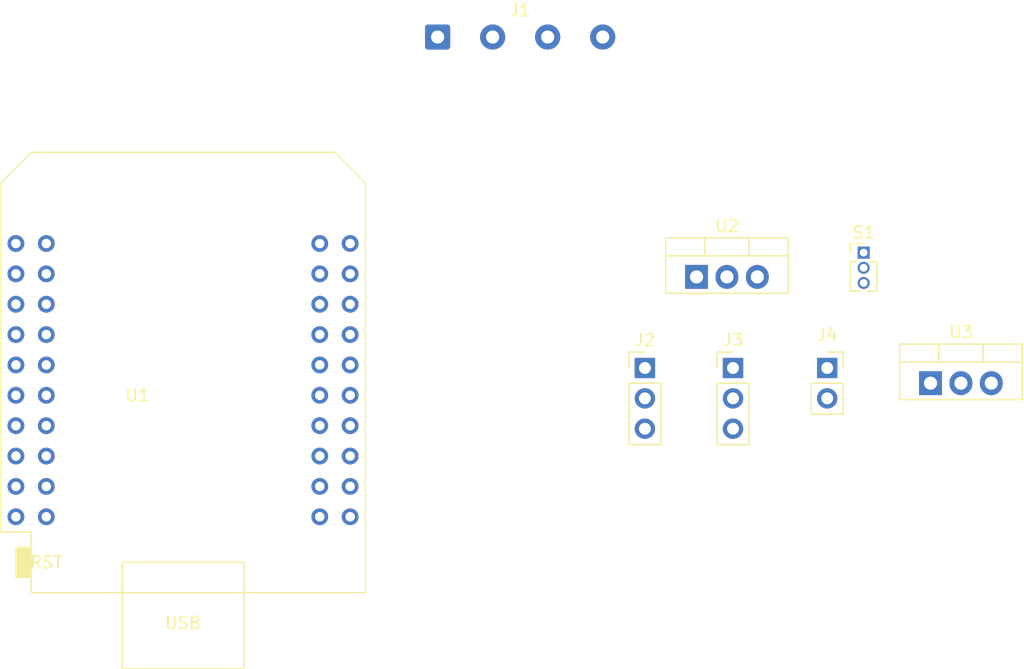
<source format=kicad_pcb>
(kicad_pcb (version 20240108) (generator "pcbnew") (generator_version "8.0")
  (layers (0 "F.Cu" signal) (31 "B.Cu" signal) (34 "B.Paste" user) (35 "F.Paste" user) (36 "B.SilkS" user "B.Silkscreen") (37 "F.SilkS" user "F.Silkscreen") (38 "B.Mask" user) (39 "F.Mask" user) (44 "Edge.Cuts" user))
  (net 0 "")
  (net 35 "/3v3")
  (net 36 "Net-(J1-SCL)")
  (net 37 "Net-(J1-SDA)")
  (net 38 "GND")
  (net 39 "/BATT")
  (net 40 "/5V")
  (net 41 "Net-(J2-SIG)")
  (net 42 "Net-(J3-SIG)")
  (footprint "Package_TO_SOT_THT:TO-220-3_Vertical" (layer "F.Cu") (at 159.766 81.28)
    (property "Reference" "U2" (at 2.54 -4.27 0) (layer "F.SilkS"))
    (property "Value" "3v3 regulator")
    (fp_line (start -2.58 -3.27) (end -2.58 1.371) (stroke (width 0.12)) (layer "F.SilkS"))
    (fp_line (start -2.58 -3.27) (end 7.66 -3.27) (stroke (width 0.12)) (layer "F.SilkS"))
    (fp_line (start -2.58 -1.76) (end 7.66 -1.76) (stroke (width 0.12)) (layer "F.SilkS"))
    (fp_line (start -2.58 1.371) (end 7.66 1.371) (stroke (width 0.12)) (layer "F.SilkS"))
    (fp_line (start 0.69 -3.27) (end 0.69 -1.76) (stroke (width 0.12)) (layer "F.SilkS"))
    (fp_line (start 4.391 -3.27) (end 4.391 -1.76) (stroke (width 0.12)) (layer "F.SilkS"))
    (fp_line (start 7.66 -3.27) (end 7.66 1.371) (stroke (width 0.12)) (layer "F.SilkS"))
    (pad "1" thru_hole rect (at 0 0) (size 1.905 2) (drill 1.1) (layers "*.Cu" "*.Mask") (net 38 "GND"))
    (pad "2" thru_hole oval (at 2.54 0) (size 1.905 2) (drill 1.1) (layers "*.Cu" "*.Mask") (net 35 "/3v3"))
    (pad "3" thru_hole oval (at 5.08 0) (size 1.905 2) (drill 1.1) (layers "*.Cu" "*.Mask") (net 39 "/BATT"))
  )
  (footprint "Connector_PinHeader_1.27mm:PinHeader_1x03_P1.27mm_Vertical" (layer "F.Cu") (at 173.736 79.248)
    (property "Reference" "S1" (at 0 -1.695 0) (layer "F.SilkS"))
    (property "Value" "Toggle Switch")
    (fp_line (start -1.11 -0.76) (end 0 -0.76) (stroke (width 0.12)) (layer "F.SilkS"))
    (fp_line (start -1.11 0) (end -1.11 -0.76) (stroke (width 0.12)) (layer "F.SilkS"))
    (fp_line (start -1.11 0.76) (end -1.11 3.235) (stroke (width 0.12)) (layer "F.SilkS"))
    (fp_line (start -1.11 0.76) (end -0.563471 0.76) (stroke (width 0.12)) (layer "F.SilkS"))
    (fp_line (start -1.11 3.235) (end -0.30753 3.235) (stroke (width 0.12)) (layer "F.SilkS"))
    (fp_line (start 0.30753 3.235) (end 1.11 3.235) (stroke (width 0.12)) (layer "F.SilkS"))
    (fp_line (start 0.563471 0.76) (end 1.11 0.76) (stroke (width 0.12)) (layer "F.SilkS"))
    (fp_line (start 1.11 0.76) (end 1.11 3.235) (stroke (width 0.12)) (layer "F.SilkS"))
    (pad "1" thru_hole rect (at 0 0) (size 1 1) (drill 0.65) (layers "*.Cu" "*.Mask"))
    (pad "2" thru_hole oval (at 0 1.27) (size 1 1) (drill 0.65) (layers "*.Cu" "*.Mask"))
    (pad "3" thru_hole oval (at 0 2.54) (size 1 1) (drill 0.65) (layers "*.Cu" "*.Mask"))
  )
  (footprint "Connector_PinHeader_2.54mm:PinHeader_1x03_P2.54mm_Vertical" (layer "F.Cu") (at 155.448 88.9)
    (property "Reference" "J2" (at 0 -2.33 0) (layer "F.SilkS"))
    (property "Value" "Grideye Servo")
    (fp_line (start -1.33 -1.33) (end 0 -1.33) (stroke (width 0.12)) (layer "F.SilkS"))
    (fp_line (start -1.33 0) (end -1.33 -1.33) (stroke (width 0.12)) (layer "F.SilkS"))
    (fp_line (start -1.33 1.27) (end -1.33 6.41) (stroke (width 0.12)) (layer "F.SilkS"))
    (fp_line (start -1.33 1.27) (end 1.33 1.27) (stroke (width 0.12)) (layer "F.SilkS"))
    (fp_line (start -1.33 6.41) (end 1.33 6.41) (stroke (width 0.12)) (layer "F.SilkS"))
    (fp_line (start 1.33 1.27) (end 1.33 6.41) (stroke (width 0.12)) (layer "F.SilkS"))
    (pad "1" thru_hole rect (at 0 0) (size 1.7 1.7) (drill 1) (layers "*.Cu" "*.Mask") (net 38 "GND"))
    (pad "2" thru_hole oval (at 0 2.54) (size 1.7 1.7) (drill 1) (layers "*.Cu" "*.Mask") (net 41 "Net-(J2-SIG)"))
    (pad "3" thru_hole oval (at 0 5.08) (size 1.7 1.7) (drill 1) (layers "*.Cu" "*.Mask") (net 40 "/5V"))
  )
  (footprint "Connector_PinSocket_2.54mm:PinSocket_1x02_P2.54mm_Vertical" (layer "F.Cu") (at 170.688 88.9)
    (property "Reference" "J4" (at 0 -2.77 0) (layer "F.SilkS"))
    (property "Value" "Conn_01x02_Pin")
    (fp_line (start -1.33 1.27) (end -1.33 3.87) (stroke (width 0.12)) (layer "F.SilkS"))
    (fp_line (start -1.33 1.27) (end 1.33 1.27) (stroke (width 0.12)) (layer "F.SilkS"))
    (fp_line (start -1.33 3.87) (end 1.33 3.87) (stroke (width 0.12)) (layer "F.SilkS"))
    (fp_line (start 0 -1.33) (end 1.33 -1.33) (stroke (width 0.12)) (layer "F.SilkS"))
    (fp_line (start 1.33 -1.33) (end 1.33 0) (stroke (width 0.12)) (layer "F.SilkS"))
    (fp_line (start 1.33 1.27) (end 1.33 3.87) (stroke (width 0.12)) (layer "F.SilkS"))
    (pad "1" thru_hole rect (at 0 0) (size 1.7 1.7) (drill 1) (layers "*.Cu" "*.Mask") (net 38 "GND"))
    (pad "2" thru_hole oval (at 0 2.54) (size 1.7 1.7) (drill 1) (layers "*.Cu" "*.Mask") (net 39 "/BATT"))
  )
  (footprint "Connector_PinHeader_2.54mm:PinHeader_1x03_P2.54mm_Vertical" (layer "F.Cu") (at 162.814 88.9)
    (property "Reference" "J3" (at 0 -2.33 0) (layer "F.SilkS"))
    (property "Value" "Vent Servo")
    (fp_line (start -1.33 -1.33) (end 0 -1.33) (stroke (width 0.12)) (layer "F.SilkS"))
    (fp_line (start -1.33 0) (end -1.33 -1.33) (stroke (width 0.12)) (layer "F.SilkS"))
    (fp_line (start -1.33 1.27) (end -1.33 6.41) (stroke (width 0.12)) (layer "F.SilkS"))
    (fp_line (start -1.33 1.27) (end 1.33 1.27) (stroke (width 0.12)) (layer "F.SilkS"))
    (fp_line (start -1.33 6.41) (end 1.33 6.41) (stroke (width 0.12)) (layer "F.SilkS"))
    (fp_line (start 1.33 1.27) (end 1.33 6.41) (stroke (width 0.12)) (layer "F.SilkS"))
    (pad "1" thru_hole rect (at 0 0) (size 1.7 1.7) (drill 1) (layers "*.Cu" "*.Mask") (net 38 "GND"))
    (pad "2" thru_hole oval (at 0 2.54) (size 1.7 1.7) (drill 1) (layers "*.Cu" "*.Mask") (net 42 "Net-(J3-SIG)"))
    (pad "3" thru_hole oval (at 0 5.08) (size 1.7 1.7) (drill 1) (layers "*.Cu" "*.Mask") (net 40 "/5V"))
  )
  (footprint "Connector_Wire:SolderWire-0.5sqmm_1x04_P4.6mm_D0.9mm_OD2.1mm" (layer "F.Cu") (at 138.12 61.214)
    (property "Reference" "J1" (at 6.9 -2.25 0) (layer "F.SilkS"))
    (property "Value" "GRID_EYE Connector")
    (pad "1" thru_hole roundrect (at 0 0) (size 2.1 2.1) (drill 1.1) (layers "*.Cu" "*.Mask") (roundrect_rratio 0.119048) (net 38 "GND"))
    (pad "2" thru_hole circle (at 4.6 0) (size 2.1 2.1) (drill 1.1) (layers "*.Cu" "*.Mask") (net 37 "Net-(J1-SDA)"))
    (pad "3" thru_hole circle (at 9.2 0) (size 2.1 2.1) (drill 1.1) (layers "*.Cu" "*.Mask") (net 36 "Net-(J1-SCL)"))
    (pad "4" thru_hole circle (at 13.8 0) (size 2.1 2.1) (drill 1.1) (layers "*.Cu" "*.Mask") (net 35 "/3v3"))
  )
  (footprint "esp32:esp32-wemos-d1-mini" (layer "F.Cu") (at 116.84 89.916)
    (property "Reference" "U1" (at -3.81 1.27 0) (layer "F.SilkS"))
    (property "Value" "esp32-wemos-d1-mini")
    (fp_line (start -15.24 -16.51) (end -15.24 12.7) (stroke (width 0.12)) (layer "F.SilkS"))
    (fp_line (start -15.24 12.7) (end -12.7 12.7) (stroke (width 0.12)) (layer "F.SilkS"))
    (fp_line (start -12.7 -19.05) (end -15.24 -16.51) (stroke (width 0.12)) (layer "F.SilkS"))
    (fp_line (start -12.7 -19.05) (end -11.43 -19.05) (stroke (width 0.12)) (layer "F.SilkS"))
    (fp_line (start -12.7 12.7) (end -12.7 17.78) (stroke (width 0.12)) (layer "F.SilkS"))
    (fp_line (start -12.7 17.78) (end 15.24 17.78) (stroke (width 0.12)) (layer "F.SilkS"))
    (fp_line (start -5.08 15.24) (end 5.08 15.24) (stroke (width 0.12)) (layer "F.SilkS"))
    (fp_line (start -5.08 17.78) (end -5.08 15.24) (stroke (width 0.12)) (layer "F.SilkS"))
    (fp_line (start -5.08 17.78) (end -5.08 24.13) (stroke (width 0.12)) (layer "F.SilkS"))
    (fp_line (start -5.08 24.13) (end 5.08 24.13) (stroke (width 0.12)) (layer "F.SilkS"))
    (fp_line (start 5.08 15.24) (end 5.08 17.78) (stroke (width 0.12)) (layer "F.SilkS"))
    (fp_line (start 5.08 24.13) (end 5.08 17.78) (stroke (width 0.12)) (layer "F.SilkS"))
    (fp_line (start 12.7 -19.05) (end -11.43 -19.05) (stroke (width 0.12)) (layer "F.SilkS"))
    (fp_line (start 12.7 -19.05) (end 15.24 -16.51) (stroke (width 0.12)) (layer "F.SilkS"))
    (fp_line (start 15.24 -16.51) (end 15.24 17.78) (stroke (width 0.12)) (layer "F.SilkS"))
    (fp_poly (pts (xy -13.97 16.51) (xy -13.97 13.97) (xy -12.7 13.97) (xy -12.7 16.51)) (stroke (width 0.1)) (fill solid) (layer "F.SilkS"))
    (fp_text user "RST" (at -11.43 15.24 0) (layer "F.SilkS"))
    (fp_text user "USB" (at 0 20.32 0) (layer "F.SilkS"))
    (pad "1" thru_hole circle (at -13.97 -11.43 270) (size 1.4 1.4) (drill 0.8) (layers "*.Cu" "*.Mask") (net 38 "GND"))
    (pad "2" thru_hole circle (at -11.43 -11.43 270) (size 1.4 1.4) (drill 0.8) (layers "*.Cu" "*.Mask"))
    (pad "3" thru_hole circle (at -13.97 -8.89 270) (size 1.4 1.4) (drill 0.8) (layers "*.Cu" "*.Mask"))
    (pad "4" thru_hole circle (at -11.43 -8.89 270) (size 1.4 1.4) (drill 0.8) (layers "*.Cu" "*.Mask"))
    (pad "5" thru_hole circle (at -13.97 -6.35 270) (size 1.4 1.4) (drill 0.8) (layers "*.Cu" "*.Mask"))
    (pad "6" thru_hole circle (at -11.43 -6.35 270) (size 1.4 1.4) (drill 0.8) (layers "*.Cu" "*.Mask"))
    (pad "7" thru_hole circle (at -13.97 -3.81 270) (size 1.4 1.4) (drill 0.8) (layers "*.Cu" "*.Mask"))
    (pad "8" thru_hole circle (at -11.43 -3.81 270) (size 1.4 1.4) (drill 0.8) (layers "*.Cu" "*.Mask"))
    (pad "9" thru_hole circle (at -13.97 -1.27 270) (size 1.4 1.4) (drill 0.8) (layers "*.Cu" "*.Mask"))
    (pad "10" thru_hole circle (at -11.43 -1.27 270) (size 1.4 1.4) (drill 0.8) (layers "*.Cu" "*.Mask"))
    (pad "11" thru_hole circle (at -13.97 1.27 270) (size 1.4 1.4) (drill 0.8) (layers "*.Cu" "*.Mask"))
    (pad "12" thru_hole circle (at -11.43 1.27 270) (size 1.4 1.4) (drill 0.8) (layers "*.Cu" "*.Mask"))
    (pad "13" thru_hole circle (at -13.97 3.81 270) (size 1.4 1.4) (drill 0.8) (layers "*.Cu" "*.Mask"))
    (pad "14" thru_hole circle (at -11.43 3.81 270) (size 1.4 1.4) (drill 0.8) (layers "*.Cu" "*.Mask"))
    (pad "15" thru_hole circle (at -13.97 6.35 270) (size 1.4 1.4) (drill 0.8) (layers "*.Cu" "*.Mask"))
    (pad "16" thru_hole circle (at -11.43 6.35 270) (size 1.4 1.4) (drill 0.8) (layers "*.Cu" "*.Mask") (net 35 "/3v3"))
    (pad "17" thru_hole circle (at -13.97 8.89 270) (size 1.4 1.4) (drill 0.8) (layers "*.Cu" "*.Mask"))
    (pad "18" thru_hole circle (at -11.43 8.89 270) (size 1.4 1.4) (drill 0.8) (layers "*.Cu" "*.Mask"))
    (pad "19" thru_hole circle (at -13.97 11.43 270) (size 1.4 1.4) (drill 0.8) (layers "*.Cu" "*.Mask"))
    (pad "20" thru_hole circle (at -11.43 11.43 270) (size 1.4 1.4) (drill 0.8) (layers "*.Cu" "*.Mask"))
    (pad "21" thru_hole circle (at 11.43 -11.43 270) (size 1.4 1.4) (drill 0.8) (layers "*.Cu" "*.Mask"))
    (pad "22" thru_hole circle (at 13.97 -11.43 270) (size 1.4 1.4) (drill 0.8) (layers "*.Cu" "*.Mask") (net 38 "GND"))
    (pad "23" thru_hole circle (at 11.43 -8.89 270) (size 1.4 1.4) (drill 0.8) (layers "*.Cu" "*.Mask"))
    (pad "24" thru_hole circle (at 13.97 -8.89 270) (size 1.4 1.4) (drill 0.8) (layers "*.Cu" "*.Mask"))
    (pad "25" thru_hole circle (at 11.43 -6.35 270) (size 1.4 1.4) (drill 0.8) (layers "*.Cu" "*.Mask") (net 36 "Net-(J1-SCL)"))
    (pad "26" thru_hole circle (at 13.97 -6.35 270) (size 1.4 1.4) (drill 0.8) (layers "*.Cu" "*.Mask"))
    (pad "27" thru_hole circle (at 11.43 -3.81 270) (size 1.4 1.4) (drill 0.8) (layers "*.Cu" "*.Mask") (net 37 "Net-(J1-SDA)"))
    (pad "28" thru_hole circle (at 13.97 -3.81 270) (size 1.4 1.4) (drill 0.8) (layers "*.Cu" "*.Mask"))
    (pad "29" thru_hole circle (at 11.43 -1.27 270) (size 1.4 1.4) (drill 0.8) (layers "*.Cu" "*.Mask"))
    (pad "30" thru_hole circle (at 13.97 -1.27 270) (size 1.4 1.4) (drill 0.8) (layers "*.Cu" "*.Mask"))
    (pad "31" thru_hole circle (at 11.43 1.27 270) (size 1.4 1.4) (drill 0.8) (layers "*.Cu" "*.Mask"))
    (pad "32" thru_hole circle (at 13.97 1.27 270) (size 1.4 1.4) (drill 0.8) (layers "*.Cu" "*.Mask"))
    (pad "33" thru_hole circle (at 11.43 3.81 270) (size 1.4 1.4) (drill 0.8) (layers "*.Cu" "*.Mask") (net 38 "GND"))
    (pad "34" thru_hole circle (at 13.97 3.81 270) (size 1.4 1.4) (drill 0.8) (layers "*.Cu" "*.Mask") (net 42 "Net-(J3-SIG)"))
    (pad "35" thru_hole circle (at 11.43 6.35 270) (size 1.4 1.4) (drill 0.8) (layers "*.Cu" "*.Mask"))
    (pad "36" thru_hole circle (at 13.97 6.35 270) (size 1.4 1.4) (drill 0.8) (layers "*.Cu" "*.Mask") (net 41 "Net-(J2-SIG)"))
    (pad "37" thru_hole circle (at 11.43 8.89 270) (size 1.4 1.4) (drill 0.8) (layers "*.Cu" "*.Mask"))
    (pad "38" thru_hole circle (at 13.97 8.89 270) (size 1.4 1.4) (drill 0.8) (layers "*.Cu" "*.Mask"))
    (pad "39" thru_hole circle (at 11.43 11.43 270) (size 1.4 1.4) (drill 0.8) (layers "*.Cu" "*.Mask"))
    (pad "40" thru_hole circle (at 13.97 11.43 270) (size 1.4 1.4) (drill 0.8) (layers "*.Cu" "*.Mask"))
  )
  (footprint "Package_TO_SOT_THT:TO-220-3_Vertical" (layer "F.Cu") (at 179.324 90.17)
    (property "Reference" "U3" (at 2.54 -4.27 0) (layer "F.SilkS"))
    (property "Value" "LM2940")
    (fp_line (start -2.58 -3.27) (end -2.58 1.371) (stroke (width 0.12)) (layer "F.SilkS"))
    (fp_line (start -2.58 -3.27) (end 7.66 -3.27) (stroke (width 0.12)) (layer "F.SilkS"))
    (fp_line (start -2.58 -1.76) (end 7.66 -1.76) (stroke (width 0.12)) (layer "F.SilkS"))
    (fp_line (start -2.58 1.371) (end 7.66 1.371) (stroke (width 0.12)) (layer "F.SilkS"))
    (fp_line (start 0.69 -3.27) (end 0.69 -1.76) (stroke (width 0.12)) (layer "F.SilkS"))
    (fp_line (start 4.391 -3.27) (end 4.391 -1.76) (stroke (width 0.12)) (layer "F.SilkS"))
    (fp_line (start 7.66 -3.27) (end 7.66 1.371) (stroke (width 0.12)) (layer "F.SilkS"))
    (pad "1" thru_hole rect (at 0 0) (size 1.905 2) (drill 1.1) (layers "*.Cu" "*.Mask") (net 39 "/BATT"))
    (pad "2" thru_hole oval (at 2.54 0) (size 1.905 2) (drill 1.1) (layers "*.Cu" "*.Mask") (net 38 "GND"))
    (pad "3" thru_hole oval (at 5.08 0) (size 1.905 2) (drill 1.1) (layers "*.Cu" "*.Mask") (net 40 "/5V"))
  )
)
</source>
